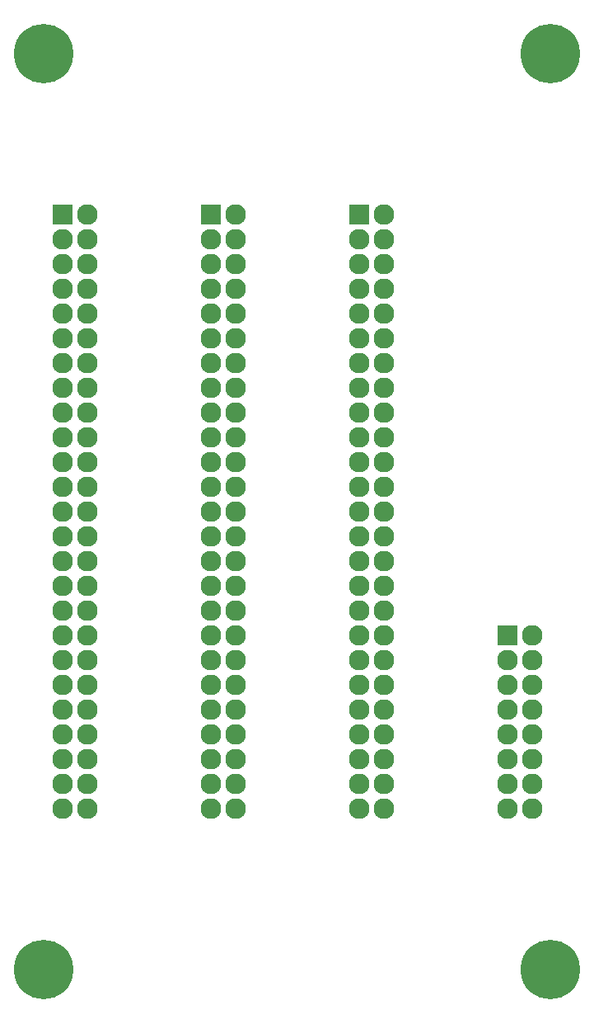
<source format=gbr>
G04 #@! TF.GenerationSoftware,KiCad,Pcbnew,(2017-12-02 revision 3109343b9)-master*
G04 #@! TF.CreationDate,2017-12-03T21:55:53+01:00*
G04 #@! TF.ProjectId,TC214_CNKEY_Adapter,54433231345F434E4B45595F41646170,rev?*
G04 #@! TF.SameCoordinates,Original*
G04 #@! TF.FileFunction,Soldermask,Bot*
G04 #@! TF.FilePolarity,Negative*
%FSLAX46Y46*%
G04 Gerber Fmt 4.6, Leading zero omitted, Abs format (unit mm)*
G04 Created by KiCad (PCBNEW (2017-12-02 revision 3109343b9)-master) date Sun Dec  3 21:55:53 2017*
%MOMM*%
%LPD*%
G01*
G04 APERTURE LIST*
%ADD10C,6.100000*%
%ADD11R,2.127200X2.127200*%
%ADD12O,2.127200X2.127200*%
G04 APERTURE END LIST*
D10*
X126365000Y-148590000D03*
X178435000Y-148590000D03*
X126365000Y-54610000D03*
X178435000Y-54610000D03*
D11*
X128270000Y-71120000D03*
D12*
X130810000Y-71120000D03*
X128270000Y-73660000D03*
X130810000Y-73660000D03*
X128270000Y-76200000D03*
X130810000Y-76200000D03*
X128270000Y-78740000D03*
X130810000Y-78740000D03*
X128270000Y-81280000D03*
X130810000Y-81280000D03*
X128270000Y-83820000D03*
X130810000Y-83820000D03*
X128270000Y-86360000D03*
X130810000Y-86360000D03*
X128270000Y-88900000D03*
X130810000Y-88900000D03*
X128270000Y-91440000D03*
X130810000Y-91440000D03*
X128270000Y-93980000D03*
X130810000Y-93980000D03*
X128270000Y-96520000D03*
X130810000Y-96520000D03*
X128270000Y-99060000D03*
X130810000Y-99060000D03*
X128270000Y-101600000D03*
X130810000Y-101600000D03*
X128270000Y-104140000D03*
X130810000Y-104140000D03*
X128270000Y-106680000D03*
X130810000Y-106680000D03*
X128270000Y-109220000D03*
X130810000Y-109220000D03*
X128270000Y-111760000D03*
X130810000Y-111760000D03*
X128270000Y-114300000D03*
X130810000Y-114300000D03*
X128270000Y-116840000D03*
X130810000Y-116840000D03*
X128270000Y-119380000D03*
X130810000Y-119380000D03*
X128270000Y-121920000D03*
X130810000Y-121920000D03*
X128270000Y-124460000D03*
X130810000Y-124460000D03*
X128270000Y-127000000D03*
X130810000Y-127000000D03*
X128270000Y-129540000D03*
X130810000Y-129540000D03*
X128270000Y-132080000D03*
X130810000Y-132080000D03*
X146050000Y-132080000D03*
X143510000Y-132080000D03*
X146050000Y-129540000D03*
X143510000Y-129540000D03*
X146050000Y-127000000D03*
X143510000Y-127000000D03*
X146050000Y-124460000D03*
X143510000Y-124460000D03*
X146050000Y-121920000D03*
X143510000Y-121920000D03*
X146050000Y-119380000D03*
X143510000Y-119380000D03*
X146050000Y-116840000D03*
X143510000Y-116840000D03*
X146050000Y-114300000D03*
X143510000Y-114300000D03*
X146050000Y-111760000D03*
X143510000Y-111760000D03*
X146050000Y-109220000D03*
X143510000Y-109220000D03*
X146050000Y-106680000D03*
X143510000Y-106680000D03*
X146050000Y-104140000D03*
X143510000Y-104140000D03*
X146050000Y-101600000D03*
X143510000Y-101600000D03*
X146050000Y-99060000D03*
X143510000Y-99060000D03*
X146050000Y-96520000D03*
X143510000Y-96520000D03*
X146050000Y-93980000D03*
X143510000Y-93980000D03*
X146050000Y-91440000D03*
X143510000Y-91440000D03*
X146050000Y-88900000D03*
X143510000Y-88900000D03*
X146050000Y-86360000D03*
X143510000Y-86360000D03*
X146050000Y-83820000D03*
X143510000Y-83820000D03*
X146050000Y-81280000D03*
X143510000Y-81280000D03*
X146050000Y-78740000D03*
X143510000Y-78740000D03*
X146050000Y-76200000D03*
X143510000Y-76200000D03*
X146050000Y-73660000D03*
X143510000Y-73660000D03*
X146050000Y-71120000D03*
D11*
X143510000Y-71120000D03*
X173990000Y-114300000D03*
D12*
X176530000Y-114300000D03*
X173990000Y-116840000D03*
X176530000Y-116840000D03*
X173990000Y-119380000D03*
X176530000Y-119380000D03*
X173990000Y-121920000D03*
X176530000Y-121920000D03*
X173990000Y-124460000D03*
X176530000Y-124460000D03*
X173990000Y-127000000D03*
X176530000Y-127000000D03*
X173990000Y-129540000D03*
X176530000Y-129540000D03*
X173990000Y-132080000D03*
X176530000Y-132080000D03*
D11*
X158750000Y-71120000D03*
D12*
X161290000Y-71120000D03*
X158750000Y-73660000D03*
X161290000Y-73660000D03*
X158750000Y-76200000D03*
X161290000Y-76200000D03*
X158750000Y-78740000D03*
X161290000Y-78740000D03*
X158750000Y-81280000D03*
X161290000Y-81280000D03*
X158750000Y-83820000D03*
X161290000Y-83820000D03*
X158750000Y-86360000D03*
X161290000Y-86360000D03*
X158750000Y-88900000D03*
X161290000Y-88900000D03*
X158750000Y-91440000D03*
X161290000Y-91440000D03*
X158750000Y-93980000D03*
X161290000Y-93980000D03*
X158750000Y-96520000D03*
X161290000Y-96520000D03*
X158750000Y-99060000D03*
X161290000Y-99060000D03*
X158750000Y-101600000D03*
X161290000Y-101600000D03*
X158750000Y-104140000D03*
X161290000Y-104140000D03*
X158750000Y-106680000D03*
X161290000Y-106680000D03*
X158750000Y-109220000D03*
X161290000Y-109220000D03*
X158750000Y-111760000D03*
X161290000Y-111760000D03*
X158750000Y-114300000D03*
X161290000Y-114300000D03*
X158750000Y-116840000D03*
X161290000Y-116840000D03*
X158750000Y-119380000D03*
X161290000Y-119380000D03*
X158750000Y-121920000D03*
X161290000Y-121920000D03*
X158750000Y-124460000D03*
X161290000Y-124460000D03*
X158750000Y-127000000D03*
X161290000Y-127000000D03*
X158750000Y-129540000D03*
X161290000Y-129540000D03*
X158750000Y-132080000D03*
X161290000Y-132080000D03*
M02*

</source>
